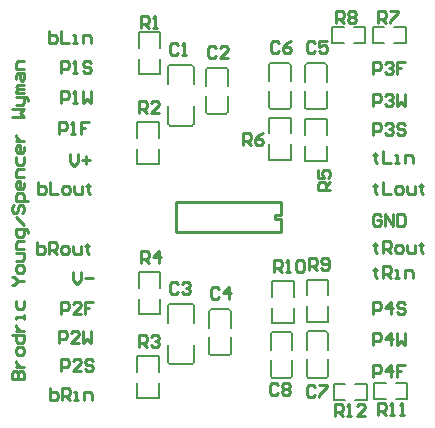
<source format=gto>
G04*
G04 #@! TF.GenerationSoftware,Altium Limited,Altium Designer,24.9.1 (31)*
G04*
G04 Layer_Color=65535*
%FSLAX44Y44*%
%MOMM*%
G71*
G04*
G04 #@! TF.SameCoordinates,8B15B8A4-CC8F-4B91-B826-D3DC1A653359*
G04*
G04*
G04 #@! TF.FilePolarity,Positive*
G04*
G01*
G75*
%ADD10C,0.1524*%
%ADD11C,0.2540*%
D10*
X163310Y299702D02*
G03*
X161786Y301226I-1524J0D01*
G01*
X142981D02*
G03*
X141457Y299702I0J-1524D01*
G01*
X161786Y249954D02*
G03*
X163310Y251478I0J1524D01*
G01*
X141457D02*
G03*
X142981Y249954I1524J0D01*
G01*
X257647Y265098D02*
G03*
X259171Y263574I1524J0D01*
G01*
X274195D02*
G03*
X275720Y265098I0J1524D01*
G01*
X259171Y302846D02*
G03*
X257647Y301322I0J-1524D01*
G01*
X275720D02*
G03*
X274195Y302846I-1524J0D01*
G01*
X173827Y261288D02*
G03*
X175351Y259764I1524J0D01*
G01*
X190375D02*
G03*
X191900Y261288I0J1524D01*
G01*
X175351Y299036D02*
G03*
X173827Y297512I0J-1524D01*
G01*
X191900D02*
G03*
X190375Y299036I-1524J0D01*
G01*
X227167Y265258D02*
G03*
X228691Y263734I1524J0D01*
G01*
X243715D02*
G03*
X245240Y265258I0J1524D01*
G01*
X228691Y303006D02*
G03*
X227167Y301482I0J-1524D01*
G01*
X245240D02*
G03*
X243715Y303006I-1524J0D01*
G01*
X276989Y74152D02*
G03*
X275466Y75676I-1524J0D01*
G01*
X260441D02*
G03*
X258917Y74152I0J-1524D01*
G01*
X275466Y36404D02*
G03*
X276989Y37928I0J1524D01*
G01*
X258917D02*
G03*
X260441Y36404I1524J0D01*
G01*
X246509Y73992D02*
G03*
X244986Y75516I-1524J0D01*
G01*
X229961D02*
G03*
X228437Y73992I0J-1524D01*
G01*
X244986Y36244D02*
G03*
X246509Y37768I0J1524D01*
G01*
X228437D02*
G03*
X229961Y36244I1524J0D01*
G01*
X194440Y93042D02*
G03*
X192915Y94566I-1524J0D01*
G01*
X177891D02*
G03*
X176367Y93042I0J-1524D01*
G01*
X192915Y55294D02*
G03*
X194440Y56818I0J1524D01*
G01*
X176367D02*
G03*
X177891Y55294I1524J0D01*
G01*
X141457Y49548D02*
G03*
X142981Y48024I1524J0D01*
G01*
X161786D02*
G03*
X163310Y49548I0J1524D01*
G01*
X142981Y99296D02*
G03*
X141457Y97772I0J-1524D01*
G01*
X163310D02*
G03*
X161786Y99296I-1524J0D01*
G01*
X134884Y315912D02*
Y328761D01*
X116543D02*
X134884D01*
X116543Y315912D02*
Y328761D01*
X134884Y293539D02*
Y306388D01*
X116543Y293539D02*
X134884D01*
X116543D02*
Y306388D01*
X333192Y319784D02*
X342781D01*
Y332996D01*
X333192D02*
X342781D01*
X315079Y319784D02*
X324668D01*
X315079D02*
Y332996D01*
X324668D01*
X280789D02*
X290378D01*
X280789Y319784D02*
Y332996D01*
Y319784D02*
X290378D01*
X298902Y332996D02*
X308491D01*
Y319784D02*
Y332996D01*
X298902Y319784D02*
X308491D01*
X142981Y301226D02*
X161786D01*
X141457Y284852D02*
Y299702D01*
X163310Y284852D02*
Y299702D01*
X142981Y249954D02*
X161786D01*
X141457Y251478D02*
Y266328D01*
X163310Y251478D02*
Y266328D01*
X259171Y263574D02*
X274195D01*
X275720Y265098D02*
Y279198D01*
X257647Y265098D02*
Y279198D01*
X259171Y302846D02*
X274195D01*
X275720Y287222D02*
Y301322D01*
X257647Y287222D02*
Y301322D01*
X175351Y259764D02*
X190375D01*
X191900Y261288D02*
Y275388D01*
X173827Y261288D02*
Y275388D01*
X175351Y299036D02*
X190375D01*
X191900Y283412D02*
Y297512D01*
X173827Y283412D02*
Y297512D01*
X228691Y263734D02*
X243715D01*
X245240Y265258D02*
Y279358D01*
X227167Y265258D02*
Y279358D01*
X228691Y303006D02*
X243715D01*
X245240Y287382D02*
Y301482D01*
X227167Y287382D02*
Y301482D01*
X115273Y19219D02*
Y32068D01*
Y19219D02*
X133614D01*
Y32068D01*
X115273Y41592D02*
Y54441D01*
X133614D01*
Y41592D02*
Y54441D01*
X260441Y75676D02*
X275466D01*
X258917Y60052D02*
Y74152D01*
X276989Y60052D02*
Y74152D01*
X260441Y36404D02*
X275466D01*
X258917Y37928D02*
Y52028D01*
X276989Y37928D02*
Y52028D01*
X229961Y75516D02*
X244986D01*
X228437Y59892D02*
Y73992D01*
X246509Y59892D02*
Y73992D01*
X229961Y36244D02*
X244986D01*
X228437Y37768D02*
Y51868D01*
X246509Y37768D02*
Y51868D01*
X133614Y239712D02*
Y252561D01*
X115273D02*
X133614D01*
X115273Y239712D02*
Y252561D01*
X133614Y217339D02*
Y230188D01*
X115273Y217339D02*
X133614D01*
X115273D02*
Y230188D01*
X334462Y18794D02*
X344051D01*
Y32006D01*
X334462D02*
X344051D01*
X316349Y18794D02*
X325938D01*
X316349D02*
Y32006D01*
X325938D01*
X282059Y30736D02*
X291648D01*
X282059Y17524D02*
Y30736D01*
Y17524D02*
X291648D01*
X300172Y30736D02*
X309761D01*
Y17524D02*
Y30736D01*
X300172Y17524D02*
X309761D01*
X277124Y106362D02*
Y119211D01*
X258783D02*
X277124D01*
X258783Y106362D02*
Y119211D01*
X277124Y83989D02*
Y96838D01*
X258783Y83989D02*
X277124D01*
X258783D02*
Y96838D01*
X229573Y82719D02*
Y95568D01*
Y82719D02*
X247914D01*
Y95568D01*
X229573Y105092D02*
Y117941D01*
X247914D01*
Y105092D02*
Y117941D01*
X177891Y94566D02*
X192915D01*
X176367Y78942D02*
Y93042D01*
X194440Y78942D02*
Y93042D01*
X177891Y55294D02*
X192915D01*
X176367Y56818D02*
Y70918D01*
X194440Y56818D02*
Y70918D01*
X142981Y48024D02*
X161786D01*
X163310Y49548D02*
Y64398D01*
X141457Y49548D02*
Y64398D01*
X142981Y99296D02*
X161786D01*
X163310Y82922D02*
Y97772D01*
X141457Y82922D02*
Y97772D01*
X116543Y90339D02*
Y103188D01*
Y90339D02*
X134884D01*
Y103188D01*
X116543Y112712D02*
Y125561D01*
X134884D01*
Y112712D02*
Y125561D01*
X245374Y243522D02*
Y256371D01*
X227033D02*
X245374D01*
X227033Y243522D02*
Y256371D01*
X245374Y221149D02*
Y233998D01*
X227033Y221149D02*
X245374D01*
X227033D02*
Y233998D01*
X257513Y219879D02*
Y232728D01*
Y219879D02*
X275854D01*
Y232728D01*
X257513Y242252D02*
Y255101D01*
X275854D01*
Y242252D02*
Y255101D01*
D11*
X148574Y185420D02*
X237474D01*
X148574Y160020D02*
Y185420D01*
Y160020D02*
X237474D01*
Y171133D01*
X231919D02*
X237474D01*
X231919D02*
Y174307D01*
X237474D01*
Y185420D01*
X118959Y332742D02*
Y342898D01*
X124037D01*
X125730Y341206D01*
Y337820D01*
X124037Y336127D01*
X118959D01*
X122344D02*
X125730Y332742D01*
X129116D02*
X132501D01*
X130808D01*
Y342898D01*
X129116Y341206D01*
X319196Y336552D02*
Y346708D01*
X324274D01*
X325967Y345016D01*
Y341630D01*
X324274Y339937D01*
X319196D01*
X322582D02*
X325967Y336552D01*
X329353Y346708D02*
X336124D01*
Y345016D01*
X329353Y338244D01*
Y336552D01*
X283636D02*
Y346708D01*
X288714D01*
X290407Y345016D01*
Y341630D01*
X288714Y339937D01*
X283636D01*
X287022D02*
X290407Y336552D01*
X293793Y345016D02*
X295486Y346708D01*
X298871D01*
X300564Y345016D01*
Y343323D01*
X298871Y341630D01*
X300564Y339937D01*
Y338244D01*
X298871Y336552D01*
X295486D01*
X293793Y338244D01*
Y339937D01*
X295486Y341630D01*
X293793Y343323D01*
Y345016D01*
X295486Y341630D02*
X298871D01*
X315194Y36830D02*
Y46987D01*
X320272D01*
X321965Y45294D01*
Y41908D01*
X320272Y40216D01*
X315194D01*
X330429Y36830D02*
Y46987D01*
X325351Y41908D01*
X332122D01*
X342279Y46987D02*
X335508D01*
Y41908D01*
X338893D01*
X335508D01*
Y36830D01*
X315194Y63754D02*
Y73911D01*
X320272D01*
X321965Y72218D01*
Y68832D01*
X320272Y67140D01*
X315194D01*
X330429Y63754D02*
Y73911D01*
X325351Y68832D01*
X332122D01*
X335508Y73911D02*
Y63754D01*
X338893Y67140D01*
X342279Y63754D01*
Y73911D01*
X314960Y90170D02*
Y100327D01*
X320038D01*
X321731Y98634D01*
Y95248D01*
X320038Y93556D01*
X314960D01*
X330195Y90170D02*
Y100327D01*
X325117Y95248D01*
X331888D01*
X342045Y98634D02*
X340352Y100327D01*
X336966D01*
X335273Y98634D01*
Y96941D01*
X336966Y95248D01*
X340352D01*
X342045Y93556D01*
Y91863D01*
X340352Y90170D01*
X336966D01*
X335273Y91863D01*
X316653Y129114D02*
Y127421D01*
X314960D01*
X318346D01*
X316653D01*
Y122343D01*
X318346Y120650D01*
X323424D02*
Y130807D01*
X328502D01*
X330195Y129114D01*
Y125728D01*
X328502Y124036D01*
X323424D01*
X326810D02*
X330195Y120650D01*
X333581D02*
X336966D01*
X335273D01*
Y127421D01*
X333581D01*
X342045Y120650D02*
Y127421D01*
X347123D01*
X348816Y125728D01*
Y120650D01*
X316887Y150196D02*
Y148503D01*
X315194D01*
X318580D01*
X316887D01*
Y143425D01*
X318580Y141732D01*
X323658D02*
Y151889D01*
X328736D01*
X330429Y150196D01*
Y146810D01*
X328736Y145118D01*
X323658D01*
X327044D02*
X330429Y141732D01*
X335508D02*
X338893D01*
X340586Y143425D01*
Y146810D01*
X338893Y148503D01*
X335508D01*
X333815Y146810D01*
Y143425D01*
X335508Y141732D01*
X343972Y148503D02*
Y143425D01*
X345664Y141732D01*
X350743D01*
Y148503D01*
X355821Y150196D02*
Y148503D01*
X354128D01*
X357514D01*
X355821D01*
Y143425D01*
X357514Y141732D01*
X321965Y173564D02*
X320272Y175257D01*
X316887D01*
X315194Y173564D01*
Y166793D01*
X316887Y165100D01*
X320272D01*
X321965Y166793D01*
Y170178D01*
X318580D01*
X325351Y165100D02*
Y175257D01*
X332122Y165100D01*
Y175257D01*
X335508D02*
Y165100D01*
X340586D01*
X342279Y166793D01*
Y173564D01*
X340586Y175257D01*
X335508D01*
X316887Y200234D02*
Y198541D01*
X315194D01*
X318580D01*
X316887D01*
Y193463D01*
X318580Y191770D01*
X323658Y201927D02*
Y191770D01*
X330429D01*
X335508D02*
X338893D01*
X340586Y193463D01*
Y196848D01*
X338893Y198541D01*
X335508D01*
X333815Y196848D01*
Y193463D01*
X335508Y191770D01*
X343972Y198541D02*
Y193463D01*
X345664Y191770D01*
X350743D01*
Y198541D01*
X355821Y200234D02*
Y198541D01*
X354128D01*
X357514D01*
X355821D01*
Y193463D01*
X357514Y191770D01*
X316887Y226396D02*
Y224703D01*
X315194D01*
X318580D01*
X316887D01*
Y219625D01*
X318580Y217932D01*
X323658Y228089D02*
Y217932D01*
X330429D01*
X333815D02*
X337200D01*
X335508D01*
Y224703D01*
X333815D01*
X342279Y217932D02*
Y224703D01*
X347357D01*
X349050Y223010D01*
Y217932D01*
X315194Y242316D02*
Y252473D01*
X320272D01*
X321965Y250780D01*
Y247394D01*
X320272Y245702D01*
X315194D01*
X325351Y250780D02*
X327044Y252473D01*
X330429D01*
X332122Y250780D01*
Y249087D01*
X330429Y247394D01*
X328736D01*
X330429D01*
X332122Y245702D01*
Y244009D01*
X330429Y242316D01*
X327044D01*
X325351Y244009D01*
X342279Y250780D02*
X340586Y252473D01*
X337200D01*
X335508Y250780D01*
Y249087D01*
X337200Y247394D01*
X340586D01*
X342279Y245702D01*
Y244009D01*
X340586Y242316D01*
X337200D01*
X335508Y244009D01*
X315194Y266192D02*
Y276349D01*
X320272D01*
X321965Y274656D01*
Y271270D01*
X320272Y269578D01*
X315194D01*
X325351Y274656D02*
X327044Y276349D01*
X330429D01*
X332122Y274656D01*
Y272963D01*
X330429Y271270D01*
X328736D01*
X330429D01*
X332122Y269578D01*
Y267885D01*
X330429Y266192D01*
X327044D01*
X325351Y267885D01*
X335508Y276349D02*
Y266192D01*
X338893Y269578D01*
X342279Y266192D01*
Y276349D01*
X315194Y293624D02*
Y303781D01*
X320272D01*
X321965Y302088D01*
Y298702D01*
X320272Y297010D01*
X315194D01*
X325351Y302088D02*
X327044Y303781D01*
X330429D01*
X332122Y302088D01*
Y300395D01*
X330429Y298702D01*
X328736D01*
X330429D01*
X332122Y297010D01*
Y295317D01*
X330429Y293624D01*
X327044D01*
X325351Y295317D01*
X342279Y303781D02*
X335508D01*
Y298702D01*
X338893D01*
X335508D01*
Y293624D01*
X41910Y27937D02*
Y17780D01*
X46988D01*
X48681Y19473D01*
Y21166D01*
Y22858D01*
X46988Y24551D01*
X41910D01*
X52067Y17780D02*
Y27937D01*
X57145D01*
X58838Y26244D01*
Y22858D01*
X57145Y21166D01*
X52067D01*
X55452D02*
X58838Y17780D01*
X62223D02*
X65609D01*
X63916D01*
Y24551D01*
X62223D01*
X70687Y17780D02*
Y24551D01*
X75766D01*
X77459Y22858D01*
Y17780D01*
X50800Y41910D02*
Y52067D01*
X55878D01*
X57571Y50374D01*
Y46988D01*
X55878Y45296D01*
X50800D01*
X67728Y41910D02*
X60957D01*
X67728Y48681D01*
Y50374D01*
X66035Y52067D01*
X62649D01*
X60957Y50374D01*
X77885D02*
X76192Y52067D01*
X72806D01*
X71113Y50374D01*
Y48681D01*
X72806Y46988D01*
X76192D01*
X77885Y45296D01*
Y43603D01*
X76192Y41910D01*
X72806D01*
X71113Y43603D01*
X49530Y66040D02*
Y76197D01*
X54608D01*
X56301Y74504D01*
Y71118D01*
X54608Y69426D01*
X49530D01*
X66458Y66040D02*
X59687D01*
X66458Y72811D01*
Y74504D01*
X64765Y76197D01*
X61379D01*
X59687Y74504D01*
X69843Y76197D02*
Y66040D01*
X73229Y69426D01*
X76615Y66040D01*
Y76197D01*
X50800Y90170D02*
Y100327D01*
X55878D01*
X57571Y98634D01*
Y95248D01*
X55878Y93556D01*
X50800D01*
X67728Y90170D02*
X60957D01*
X67728Y96941D01*
Y98634D01*
X66035Y100327D01*
X62649D01*
X60957Y98634D01*
X77885Y100327D02*
X71113D01*
Y95248D01*
X74499D01*
X71113D01*
Y90170D01*
X60960Y125727D02*
Y118956D01*
X64346Y115570D01*
X67731Y118956D01*
Y125727D01*
X71117Y120648D02*
X77888D01*
X30480Y151127D02*
Y140970D01*
X35558D01*
X37251Y142663D01*
Y144356D01*
Y146048D01*
X35558Y147741D01*
X30480D01*
X40637Y140970D02*
Y151127D01*
X45715D01*
X47408Y149434D01*
Y146048D01*
X45715Y144356D01*
X40637D01*
X44022D02*
X47408Y140970D01*
X52486D02*
X55872D01*
X57565Y142663D01*
Y146048D01*
X55872Y147741D01*
X52486D01*
X50793Y146048D01*
Y142663D01*
X52486Y140970D01*
X60950Y147741D02*
Y142663D01*
X62643Y140970D01*
X67721D01*
Y147741D01*
X72800Y149434D02*
Y147741D01*
X71107D01*
X74493D01*
X72800D01*
Y142663D01*
X74493Y140970D01*
X31750Y201927D02*
Y191770D01*
X36828D01*
X38521Y193463D01*
Y195156D01*
Y196848D01*
X36828Y198541D01*
X31750D01*
X41907Y201927D02*
Y191770D01*
X48678D01*
X53756D02*
X57142D01*
X58835Y193463D01*
Y196848D01*
X57142Y198541D01*
X53756D01*
X52063Y196848D01*
Y193463D01*
X53756Y191770D01*
X62220Y198541D02*
Y193463D01*
X63913Y191770D01*
X68991D01*
Y198541D01*
X74070Y200234D02*
Y198541D01*
X72377D01*
X75763D01*
X74070D01*
Y193463D01*
X75763Y191770D01*
X58420Y226057D02*
Y219286D01*
X61806Y215900D01*
X65191Y219286D01*
Y226057D01*
X68577Y220978D02*
X75348D01*
X71962Y224364D02*
Y217593D01*
X49530Y242570D02*
Y252727D01*
X54608D01*
X56301Y251034D01*
Y247648D01*
X54608Y245956D01*
X49530D01*
X59687Y242570D02*
X63072D01*
X61379D01*
Y252727D01*
X59687Y251034D01*
X74922Y252727D02*
X68151D01*
Y247648D01*
X71536D01*
X68151D01*
Y242570D01*
X50800Y269240D02*
Y279397D01*
X55878D01*
X57571Y277704D01*
Y274318D01*
X55878Y272626D01*
X50800D01*
X60957Y269240D02*
X64342D01*
X62649D01*
Y279397D01*
X60957Y277704D01*
X69421Y279397D02*
Y269240D01*
X72806Y272626D01*
X76192Y269240D01*
Y279397D01*
X50800Y294640D02*
Y304797D01*
X55878D01*
X57571Y303104D01*
Y299718D01*
X55878Y298026D01*
X50800D01*
X60957Y294640D02*
X64342D01*
X62649D01*
Y304797D01*
X60957Y303104D01*
X76192D02*
X74499Y304797D01*
X71113D01*
X69421Y303104D01*
Y301411D01*
X71113Y299718D01*
X74499D01*
X76192Y298026D01*
Y296333D01*
X74499Y294640D01*
X71113D01*
X69421Y296333D01*
X40640Y330197D02*
Y320040D01*
X45718D01*
X47411Y321733D01*
Y323426D01*
Y325118D01*
X45718Y326811D01*
X40640D01*
X50797Y330197D02*
Y320040D01*
X57568D01*
X60953D02*
X64339D01*
X62646D01*
Y326811D01*
X60953D01*
X69417Y320040D02*
Y326811D01*
X74496D01*
X76189Y325118D01*
Y320040D01*
X150011Y318090D02*
X148318Y319783D01*
X144932D01*
X143239Y318090D01*
Y311319D01*
X144932Y309626D01*
X148318D01*
X150011Y311319D01*
X153396Y309626D02*
X156782D01*
X155089D01*
Y319783D01*
X153396Y318090D01*
X266089Y319614D02*
X264396Y321307D01*
X261010D01*
X259317Y319614D01*
Y312843D01*
X261010Y311150D01*
X264396D01*
X266089Y312843D01*
X276245Y321307D02*
X269474D01*
Y316228D01*
X272860Y317921D01*
X274553D01*
X276245Y316228D01*
Y312843D01*
X274553Y311150D01*
X271167D01*
X269474Y312843D01*
X182269Y315804D02*
X180576Y317497D01*
X177190D01*
X175497Y315804D01*
Y309033D01*
X177190Y307340D01*
X180576D01*
X182269Y309033D01*
X192425Y307340D02*
X185654D01*
X192425Y314111D01*
Y315804D01*
X190733Y317497D01*
X187347D01*
X185654Y315804D01*
X235609Y319868D02*
X233916Y321561D01*
X230530D01*
X228838Y319868D01*
Y313097D01*
X230530Y311404D01*
X233916D01*
X235609Y313097D01*
X245765Y321561D02*
X242380Y319868D01*
X238994Y316482D01*
Y313097D01*
X240687Y311404D01*
X244073D01*
X245765Y313097D01*
Y314790D01*
X244073Y316482D01*
X238994D01*
X117078Y62738D02*
Y72895D01*
X122156D01*
X123849Y71202D01*
Y67816D01*
X122156Y66124D01*
X117078D01*
X120463D02*
X123849Y62738D01*
X127234Y71202D02*
X128927Y72895D01*
X132313D01*
X134005Y71202D01*
Y69509D01*
X132313Y67816D01*
X130620D01*
X132313D01*
X134005Y66124D01*
Y64431D01*
X132313Y62738D01*
X128927D01*
X127234Y64431D01*
X266261Y28786D02*
X264568Y30478D01*
X261182D01*
X259490Y28786D01*
Y22014D01*
X261182Y20322D01*
X264568D01*
X266261Y22014D01*
X269646Y30478D02*
X276417D01*
Y28786D01*
X269646Y22014D01*
Y20322D01*
X234511Y30056D02*
X232818Y31748D01*
X229432D01*
X227740Y30056D01*
Y23284D01*
X229432Y21592D01*
X232818D01*
X234511Y23284D01*
X237896Y30056D02*
X239589Y31748D01*
X242975D01*
X244667Y30056D01*
Y28363D01*
X242975Y26670D01*
X244667Y24977D01*
Y23284D01*
X242975Y21592D01*
X239589D01*
X237896Y23284D01*
Y24977D01*
X239589Y26670D01*
X237896Y28363D01*
Y30056D01*
X239589Y26670D02*
X242975D01*
X117078Y260858D02*
Y271015D01*
X122156D01*
X123849Y269322D01*
Y265936D01*
X122156Y264244D01*
X117078D01*
X120463D02*
X123849Y260858D01*
X134005D02*
X127234D01*
X134005Y267629D01*
Y269322D01*
X132313Y271015D01*
X128927D01*
X127234Y269322D01*
X319197Y5082D02*
Y15238D01*
X324275D01*
X325968Y13546D01*
Y10160D01*
X324275Y8467D01*
X319197D01*
X322583D02*
X325968Y5082D01*
X329354D02*
X332739D01*
X331046D01*
Y15238D01*
X329354Y13546D01*
X337818Y5082D02*
X341203D01*
X339510D01*
Y15238D01*
X337818Y13546D01*
X283214Y3812D02*
Y13968D01*
X288293D01*
X289985Y12276D01*
Y8890D01*
X288293Y7197D01*
X283214D01*
X286600D02*
X289985Y3812D01*
X293371D02*
X296756D01*
X295064D01*
Y13968D01*
X293371Y12276D01*
X308606Y3812D02*
X301835D01*
X308606Y10583D01*
Y12276D01*
X306913Y13968D01*
X303528D01*
X301835Y12276D01*
X260588Y127508D02*
Y137665D01*
X265666D01*
X267359Y135972D01*
Y132586D01*
X265666Y130894D01*
X260588D01*
X263973D02*
X267359Y127508D01*
X270744Y129201D02*
X272437Y127508D01*
X275823D01*
X277515Y129201D01*
Y135972D01*
X275823Y137665D01*
X272437D01*
X270744Y135972D01*
Y134279D01*
X272437Y132586D01*
X277515D01*
X231378Y126238D02*
Y136395D01*
X236456D01*
X238149Y134702D01*
Y131316D01*
X236456Y129624D01*
X231378D01*
X234763D02*
X238149Y126238D01*
X241534D02*
X244920D01*
X243227D01*
Y136395D01*
X241534Y134702D01*
X249998D02*
X251691Y136395D01*
X255077D01*
X256769Y134702D01*
Y127931D01*
X255077Y126238D01*
X251691D01*
X249998Y127931D01*
Y134702D01*
X184809Y111334D02*
X183116Y113027D01*
X179730D01*
X178037Y111334D01*
Y104563D01*
X179730Y102870D01*
X183116D01*
X184809Y104563D01*
X193273Y102870D02*
Y113027D01*
X188194Y107948D01*
X194965D01*
X150011Y116160D02*
X148318Y117853D01*
X144932D01*
X143239Y116160D01*
Y109389D01*
X144932Y107696D01*
X148318D01*
X150011Y109389D01*
X153396Y116160D02*
X155089Y117853D01*
X158475D01*
X160167Y116160D01*
Y114467D01*
X158475Y112774D01*
X156782D01*
X158475D01*
X160167Y111082D01*
Y109389D01*
X158475Y107696D01*
X155089D01*
X153396Y109389D01*
X118348Y133858D02*
Y144015D01*
X123426D01*
X125119Y142322D01*
Y138936D01*
X123426Y137244D01*
X118348D01*
X121733D02*
X125119Y133858D01*
X133583D02*
Y144015D01*
X128504Y138936D01*
X135275D01*
X204880Y233682D02*
Y243838D01*
X209958D01*
X211651Y242146D01*
Y238760D01*
X209958Y237067D01*
X204880D01*
X208265D02*
X211651Y233682D01*
X221807Y243838D02*
X218422Y242146D01*
X215036Y238760D01*
Y235374D01*
X216729Y233682D01*
X220115D01*
X221807Y235374D01*
Y237067D01*
X220115Y238760D01*
X215036D01*
X278327Y195331D02*
X268170D01*
Y200410D01*
X269863Y202102D01*
X273248D01*
X274941Y200410D01*
Y195331D01*
Y198717D02*
X278327Y202102D01*
X268170Y212259D02*
Y205488D01*
X273248D01*
X271556Y208873D01*
Y210566D01*
X273248Y212259D01*
X276634D01*
X278327Y210566D01*
Y207181D01*
X276634Y205488D01*
X9318Y35560D02*
X19474D01*
Y40638D01*
X17782Y42331D01*
X16089D01*
X14396Y40638D01*
Y35560D01*
Y40638D01*
X12703Y42331D01*
X11011D01*
X9318Y40638D01*
Y35560D01*
X12703Y45717D02*
X19474D01*
X16089D01*
X14396Y47410D01*
X12703Y49102D01*
Y50795D01*
X19474Y57566D02*
Y60952D01*
X17782Y62645D01*
X14396D01*
X12703Y60952D01*
Y57566D01*
X14396Y55873D01*
X17782D01*
X19474Y57566D01*
X9318Y72801D02*
X19474D01*
Y67723D01*
X17782Y66030D01*
X14396D01*
X12703Y67723D01*
Y72801D01*
Y76187D02*
X19474D01*
X16089D01*
X14396Y77880D01*
X12703Y79573D01*
Y81265D01*
X19474Y86344D02*
Y89729D01*
Y88036D01*
X12703D01*
Y86344D01*
Y101579D02*
Y96500D01*
X14396Y94808D01*
X17782D01*
X19474Y96500D01*
Y101579D01*
X9318Y115121D02*
X11011D01*
X14396Y118507D01*
X11011Y121892D01*
X9318D01*
X14396Y118507D02*
X19474D01*
Y126971D02*
Y130356D01*
X17782Y132049D01*
X14396D01*
X12703Y130356D01*
Y126971D01*
X14396Y125278D01*
X17782D01*
X19474Y126971D01*
X12703Y135435D02*
X17782D01*
X19474Y137127D01*
Y142206D01*
X12703D01*
X19474Y145591D02*
X12703D01*
Y150669D01*
X14396Y152362D01*
X19474D01*
X22860Y159134D02*
Y160826D01*
X21167Y162519D01*
X12703D01*
Y157441D01*
X14396Y155748D01*
X17782D01*
X19474Y157441D01*
Y162519D01*
Y165905D02*
X12703Y172676D01*
X11011Y182833D02*
X9318Y181140D01*
Y177754D01*
X11011Y176061D01*
X12703D01*
X14396Y177754D01*
Y181140D01*
X16089Y182833D01*
X17782D01*
X19474Y181140D01*
Y177754D01*
X17782Y176061D01*
X22860Y186218D02*
X12703D01*
Y191296D01*
X14396Y192989D01*
X17782D01*
X19474Y191296D01*
Y186218D01*
Y201453D02*
Y198068D01*
X17782Y196375D01*
X14396D01*
X12703Y198068D01*
Y201453D01*
X14396Y203146D01*
X16089D01*
Y196375D01*
X19474Y206532D02*
X12703D01*
Y211610D01*
X14396Y213303D01*
X19474D01*
X12703Y223459D02*
Y218381D01*
X14396Y216688D01*
X17782D01*
X19474Y218381D01*
Y223459D01*
Y231923D02*
Y228538D01*
X17782Y226845D01*
X14396D01*
X12703Y228538D01*
Y231923D01*
X14396Y233616D01*
X16089D01*
Y226845D01*
X12703Y237002D02*
X19474D01*
X16089D01*
X14396Y238694D01*
X12703Y240387D01*
Y242080D01*
X9318Y257315D02*
X19474D01*
X16089Y260701D01*
X19474Y264086D01*
X9318D01*
X12703Y267472D02*
X17782D01*
X19474Y269165D01*
Y274243D01*
X21167D01*
X22860Y272550D01*
Y270857D01*
X19474Y274243D02*
X12703D01*
X19474Y277629D02*
X12703D01*
Y279321D01*
X14396Y281014D01*
X19474D01*
X14396D01*
X12703Y282707D01*
X14396Y284400D01*
X19474D01*
X12703Y289478D02*
Y292864D01*
X14396Y294556D01*
X19474D01*
Y289478D01*
X17782Y287785D01*
X16089Y289478D01*
Y294556D01*
X19474Y297942D02*
X12703D01*
Y303020D01*
X14396Y304713D01*
X19474D01*
M02*

</source>
